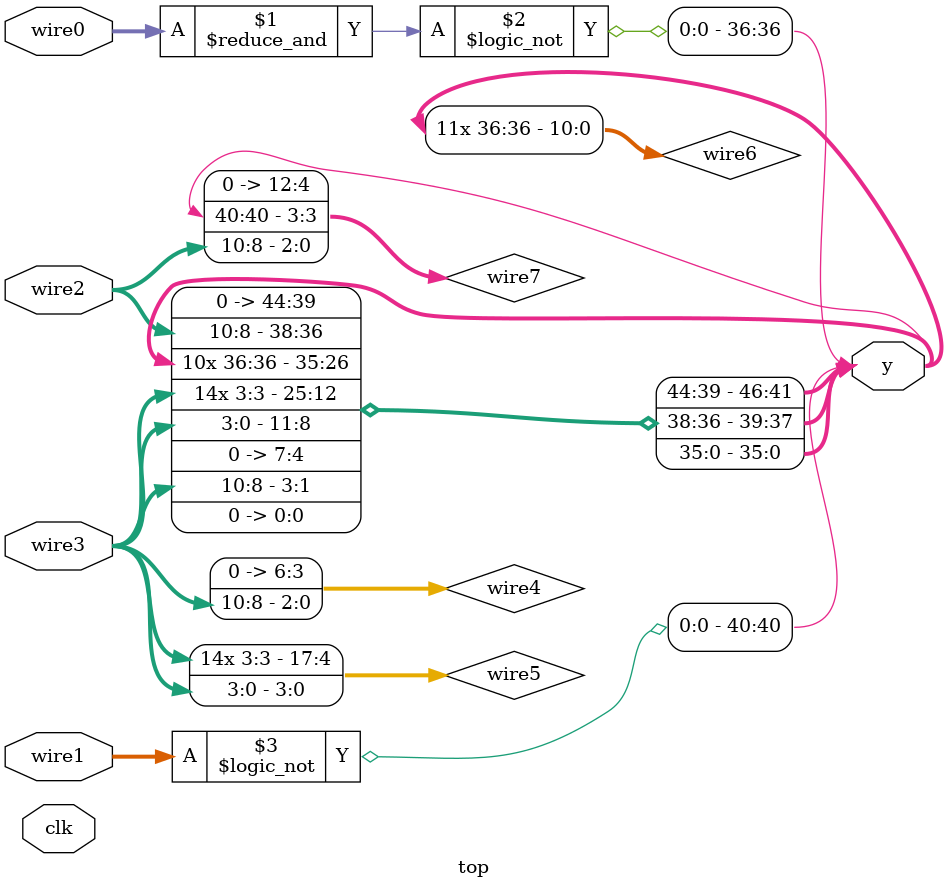
<source format=v>
module top
#(parameter param8 = ((8'hac) == (+(({(7'h41), (8'hb2)} ~^ (|(8'hae))) >= ((!(8'hb8)) <<< ((8'had) << (8'haa)))))), 
parameter param9 = ({((((8'hb0) ? param8 : (7'h44)) ? (param8 >>> param8) : (param8 ^~ param8)) == (((8'hae) ~^ param8) != param8))} != ((|((param8 && param8) >>> (~|param8))) & (8'hbb))))
(y, clk, wire3, wire2, wire1, wire0);
  output wire [(32'h2e):(32'h0)] y;
  input wire [(1'h0):(1'h0)] clk;
  input wire [(5'h15):(1'h0)] wire3;
  input wire [(4'hb):(1'h0)] wire2;
  input wire signed [(4'hc):(1'h0)] wire1;
  input wire signed [(5'h14):(1'h0)] wire0;
  wire [(4'hc):(1'h0)] wire7;
  wire [(4'ha):(1'h0)] wire6;
  wire [(5'h11):(1'h0)] wire5;
  wire [(3'h6):(1'h0)] wire4;
  assign y = {wire7, wire6, wire5, wire4, (1'h0)};
  assign wire4 = wire3[(4'ha):(4'h8)];
  assign wire5 = $signed($signed(wire3[(2'h3):(1'h0)]));
  assign wire6 = $signed((~&wire0));
  assign wire7 = {(!wire1), $signed(wire2[(4'ha):(4'h8)])};
endmodule

</source>
